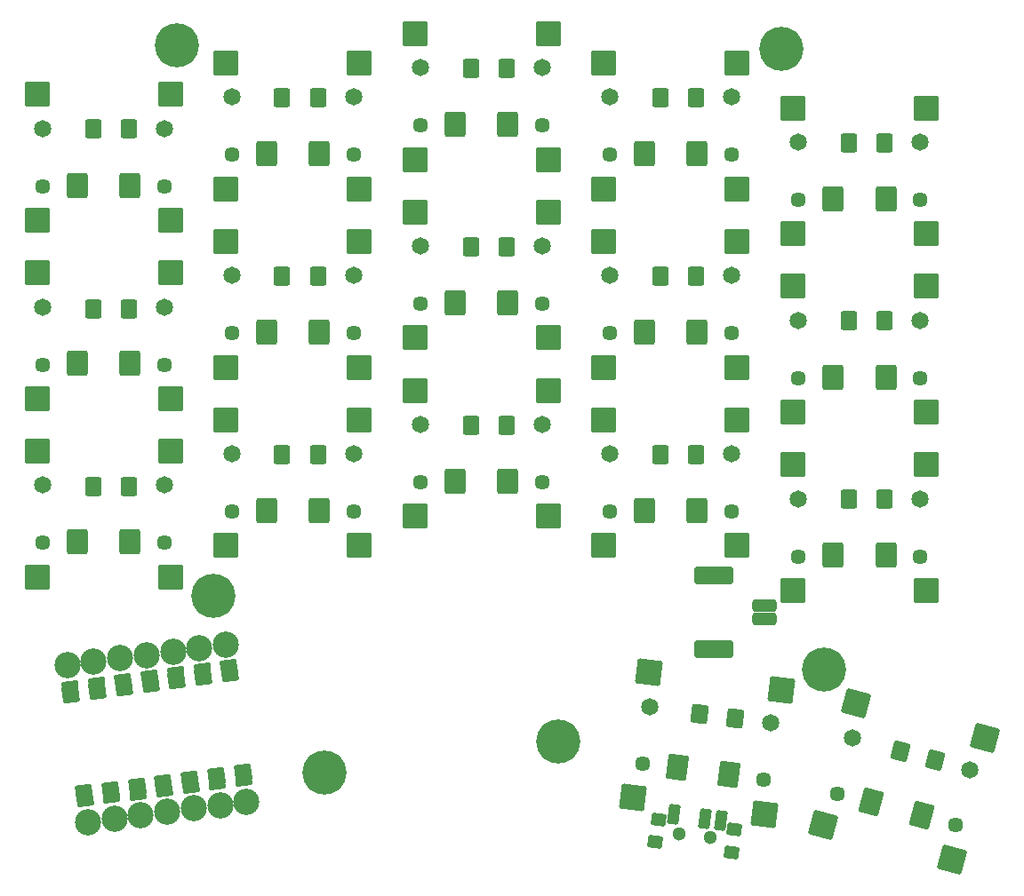
<source format=gts>
G04 #@! TF.GenerationSoftware,KiCad,Pcbnew,8.0.2-1*
G04 #@! TF.CreationDate,2024-07-14T12:39:06+08:00*
G04 #@! TF.ProjectId,Kretstr_d_v2_PG1316,4b726574-7374-472e-9464-5f76325f5047,rev?*
G04 #@! TF.SameCoordinates,Original*
G04 #@! TF.FileFunction,Soldermask,Top*
G04 #@! TF.FilePolarity,Negative*
%FSLAX46Y46*%
G04 Gerber Fmt 4.6, Leading zero omitted, Abs format (unit mm)*
G04 Created by KiCad (PCBNEW 8.0.2-1) date 2024-07-14 12:39:06*
%MOMM*%
%LPD*%
G01*
G04 APERTURE LIST*
G04 Aperture macros list*
%AMRoundRect*
0 Rectangle with rounded corners*
0 $1 Rounding radius*
0 $2 $3 $4 $5 $6 $7 $8 $9 X,Y pos of 4 corners*
0 Add a 4 corners polygon primitive as box body*
4,1,4,$2,$3,$4,$5,$6,$7,$8,$9,$2,$3,0*
0 Add four circle primitives for the rounded corners*
1,1,$1+$1,$2,$3*
1,1,$1+$1,$4,$5*
1,1,$1+$1,$6,$7*
1,1,$1+$1,$8,$9*
0 Add four rect primitives between the rounded corners*
20,1,$1+$1,$2,$3,$4,$5,0*
20,1,$1+$1,$4,$5,$6,$7,0*
20,1,$1+$1,$6,$7,$8,$9,0*
20,1,$1+$1,$8,$9,$2,$3,0*%
%AMFreePoly0*
4,1,22,0.686777,0.580194,0.756366,0.524698,0.794986,0.444504,0.800000,0.400000,0.800000,0.200000,0.780194,0.113223,0.741421,0.058579,0.141421,-0.541421,0.066056,-0.588777,-0.022393,-0.598742,-0.106406,-0.569345,-0.141421,-0.541421,-0.741421,0.058579,-0.788777,0.133944,-0.800000,0.200000,-0.800000,0.400000,-0.780193,0.486777,-0.724698,0.556366,-0.644504,0.594986,-0.600000,0.600000,
0.600000,0.600000,0.686777,0.580194,0.686777,0.580194,$1*%
%AMFreePoly1*
4,1,26,0.706406,1.169345,0.769345,1.106406,0.798742,1.022393,0.800000,1.000000,0.800000,-0.250000,0.780194,-0.336777,0.724699,-0.406366,0.644505,-0.444986,0.600000,-0.450000,-0.600000,-0.450000,-0.686777,-0.430194,-0.756366,-0.374698,-0.794986,-0.294504,-0.800000,-0.250000,-0.800000,1.000000,-0.780194,1.086777,-0.724698,1.156366,-0.644504,1.194986,-0.555496,1.194986,-0.475302,1.156366,
-0.458579,1.141421,0.000000,0.682842,0.458579,1.141421,0.533944,1.188778,0.622393,1.198742,0.706406,1.169345,0.706406,1.169345,$1*%
G04 Aperture macros list end*
%ADD10C,0.100000*%
%ADD11RoundRect,0.200000X-0.600000X-0.700000X0.600000X-0.700000X0.600000X0.700000X-0.600000X0.700000X0*%
%ADD12RoundRect,0.200000X-1.000000X-1.000000X1.000000X-1.000000X1.000000X1.000000X-1.000000X1.000000X0*%
%ADD13C,1.650000*%
%ADD14C,1.450000*%
%ADD15RoundRect,0.200000X-0.775000X-1.000000X0.775000X-1.000000X0.775000X1.000000X-0.775000X1.000000X0*%
%ADD16C,4.200000*%
%ADD17RoundRect,0.200000X-0.547933X-0.331315X0.443512X-0.461841X0.547933X0.331315X-0.443512X0.461841X0*%
%ADD18C,1.300000*%
%ADD19RoundRect,0.200000X-0.444900X-0.697899X0.249111X-0.789268X0.444900X0.697899X-0.249111X0.789268X0*%
%ADD20RoundRect,0.200000X0.686235X0.615696X-0.503499X0.772327X-0.686235X-0.615696X0.503499X-0.772327X0*%
%ADD21RoundRect,0.200000X-0.760729X-0.520857X0.398382X-0.831440X0.760729X0.520857X-0.398382X0.831440X0*%
%ADD22C,2.500000*%
%ADD23FreePoly0,187.500000*%
%ADD24FreePoly0,7.500000*%
%ADD25FreePoly1,7.500000*%
%ADD26FreePoly1,187.500000*%
%ADD27RoundRect,0.300000X-0.850000X0.300000X-0.850000X-0.300000X0.850000X-0.300000X0.850000X0.300000X0*%
%ADD28RoundRect,0.326924X-1.548076X0.523076X-1.548076X-0.523076X1.548076X-0.523076X1.548076X0.523076X0*%
%ADD29RoundRect,0.200000X-1.224745X-0.707107X0.707107X-1.224745X1.224745X0.707107X-0.707107X1.224745X0*%
%ADD30RoundRect,0.200000X-1.007412X-0.765341X0.489773X-1.166511X1.007412X0.765341X-0.489773X1.166511X0*%
%ADD31RoundRect,0.200000X-1.121971X-0.860919X0.860919X-1.121971X1.121971X0.860919X-0.860919X1.121971X0*%
%ADD32RoundRect,0.200000X-0.898896X-0.890287X0.637844X-1.092603X0.898896X0.890287X-0.637844X1.092603X0*%
G04 APERTURE END LIST*
D10*
X87756130Y-115406955D02*
X86748822Y-115539569D01*
X86616207Y-114532261D01*
X87623515Y-114399647D01*
X87756130Y-115406955D01*
G36*
X87756130Y-115406955D02*
G01*
X86748822Y-115539569D01*
X86616207Y-114532261D01*
X87623515Y-114399647D01*
X87756130Y-115406955D01*
G37*
X89110887Y-125697359D02*
X88103579Y-125829974D01*
X87970965Y-124822666D01*
X88978273Y-124690051D01*
X89110887Y-125697359D01*
G36*
X89110887Y-125697359D02*
G01*
X88103579Y-125829974D01*
X87970965Y-124822666D01*
X88978273Y-124690051D01*
X89110887Y-125697359D01*
G37*
X90274400Y-115075418D02*
X89267092Y-115208033D01*
X89134477Y-114200725D01*
X90141785Y-114068110D01*
X90274400Y-115075418D01*
G36*
X90274400Y-115075418D02*
G01*
X89267092Y-115208033D01*
X89134477Y-114200725D01*
X90141785Y-114068110D01*
X90274400Y-115075418D01*
G37*
X91629157Y-125365823D02*
X90621849Y-125498437D01*
X90489235Y-124491129D01*
X91496543Y-124358515D01*
X91629157Y-125365823D01*
G36*
X91629157Y-125365823D02*
G01*
X90621849Y-125498437D01*
X90489235Y-124491129D01*
X91496543Y-124358515D01*
X91629157Y-125365823D01*
G37*
X92792670Y-114743882D02*
X91785362Y-114876496D01*
X91652747Y-113869188D01*
X92660055Y-113736574D01*
X92792670Y-114743882D01*
G36*
X92792670Y-114743882D02*
G01*
X91785362Y-114876496D01*
X91652747Y-113869188D01*
X92660055Y-113736574D01*
X92792670Y-114743882D01*
G37*
X94147427Y-125034286D02*
X93140119Y-125166901D01*
X93007505Y-124159593D01*
X94014813Y-124026978D01*
X94147427Y-125034286D01*
G36*
X94147427Y-125034286D02*
G01*
X93140119Y-125166901D01*
X93007505Y-124159593D01*
X94014813Y-124026978D01*
X94147427Y-125034286D01*
G37*
X95310940Y-114412345D02*
X94303632Y-114544960D01*
X94171017Y-113537652D01*
X95178325Y-113405037D01*
X95310940Y-114412345D01*
G36*
X95310940Y-114412345D02*
G01*
X94303632Y-114544960D01*
X94171017Y-113537652D01*
X95178325Y-113405037D01*
X95310940Y-114412345D01*
G37*
X96665697Y-124702750D02*
X95658389Y-124835364D01*
X95525775Y-123828056D01*
X96533083Y-123695442D01*
X96665697Y-124702750D01*
G36*
X96665697Y-124702750D02*
G01*
X95658389Y-124835364D01*
X95525775Y-123828056D01*
X96533083Y-123695442D01*
X96665697Y-124702750D01*
G37*
X97829210Y-114080809D02*
X96821902Y-114213423D01*
X96689287Y-113206115D01*
X97696595Y-113073501D01*
X97829210Y-114080809D01*
G36*
X97829210Y-114080809D02*
G01*
X96821902Y-114213423D01*
X96689287Y-113206115D01*
X97696595Y-113073501D01*
X97829210Y-114080809D01*
G37*
X99183967Y-124371213D02*
X98176659Y-124503828D01*
X98044045Y-123496520D01*
X99051353Y-123363905D01*
X99183967Y-124371213D01*
G36*
X99183967Y-124371213D02*
G01*
X98176659Y-124503828D01*
X98044045Y-123496520D01*
X99051353Y-123363905D01*
X99183967Y-124371213D01*
G37*
X100347480Y-113749272D02*
X99340172Y-113881887D01*
X99207557Y-112874579D01*
X100214865Y-112741964D01*
X100347480Y-113749272D01*
G36*
X100347480Y-113749272D02*
G01*
X99340172Y-113881887D01*
X99207557Y-112874579D01*
X100214865Y-112741964D01*
X100347480Y-113749272D01*
G37*
X101702237Y-124039677D02*
X100694929Y-124172291D01*
X100562315Y-123164983D01*
X101569621Y-123032369D01*
X101702237Y-124039677D01*
G36*
X101702237Y-124039677D02*
G01*
X100694929Y-124172291D01*
X100562315Y-123164983D01*
X101569621Y-123032369D01*
X101702237Y-124039677D01*
G37*
X102865750Y-113417736D02*
X101858442Y-113550350D01*
X101725827Y-112543042D01*
X102733135Y-112410428D01*
X102865750Y-113417736D01*
G36*
X102865750Y-113417736D02*
G01*
X101858442Y-113550350D01*
X101725827Y-112543042D01*
X102733135Y-112410428D01*
X102865750Y-113417736D01*
G37*
X104220507Y-123708140D02*
X103213199Y-123840755D01*
X103080584Y-122833447D01*
X104087892Y-122700832D01*
X104220507Y-123708140D01*
G36*
X104220507Y-123708140D02*
G01*
X103213199Y-123840755D01*
X103080584Y-122833447D01*
X104087892Y-122700832D01*
X104220507Y-123708140D01*
G37*
D11*
X161353990Y-79798281D03*
X164753990Y-79798281D03*
D12*
X101996339Y-101208630D03*
X101996390Y-89208630D03*
D13*
X102546390Y-92458681D03*
D14*
X102546390Y-97958681D03*
D13*
X114146390Y-92458681D03*
D14*
X114146390Y-97958681D03*
D12*
X114696339Y-101208630D03*
X114696390Y-89208630D03*
D15*
X105846390Y-97858681D03*
X110846390Y-97858681D03*
D11*
X125354190Y-72708281D03*
X128754190Y-72708281D03*
D16*
X100822190Y-105995881D03*
D11*
X89356990Y-78665481D03*
X92756990Y-78665481D03*
D12*
X119996139Y-81408630D03*
X119996190Y-69408630D03*
D13*
X120546190Y-72658681D03*
D14*
X120546190Y-78158681D03*
D13*
X132146190Y-72658681D03*
D14*
X132146190Y-78158681D03*
D12*
X132696139Y-81408630D03*
X132696190Y-69408630D03*
D15*
X123846190Y-78058681D03*
X128846190Y-78058681D03*
D12*
X101996339Y-84208630D03*
X101996390Y-72208630D03*
D13*
X102546390Y-75458681D03*
D14*
X102546390Y-80958681D03*
D13*
X114146390Y-75458681D03*
D14*
X114146390Y-80958681D03*
D12*
X114696339Y-84208630D03*
X114696390Y-72208630D03*
D15*
X105846390Y-80858681D03*
X110846390Y-80858681D03*
D12*
X119996139Y-98408630D03*
X119996190Y-86408630D03*
D13*
X120546190Y-89658681D03*
D14*
X120546190Y-95158681D03*
D13*
X132146190Y-89658681D03*
D14*
X132146190Y-95158681D03*
D12*
X132696139Y-98408630D03*
X132696190Y-86408630D03*
D15*
X123846190Y-95058681D03*
X128846190Y-95058681D03*
D11*
X107354190Y-92508281D03*
X110754190Y-92508281D03*
X107354190Y-75508281D03*
X110754190Y-75508281D03*
D17*
X142889163Y-129492426D03*
X143177627Y-127301333D03*
D18*
X145164349Y-128682469D03*
X148138683Y-129074047D03*
D17*
X150415174Y-128254174D03*
X150126711Y-130445267D03*
D19*
X144650491Y-126839631D03*
X147624826Y-127231209D03*
X149111993Y-127426999D03*
D12*
X101996339Y-67208630D03*
X101996390Y-55208630D03*
D13*
X102546390Y-58458681D03*
D14*
X102546390Y-63958681D03*
D13*
X114146390Y-58458681D03*
D14*
X114146390Y-63958681D03*
D12*
X114696339Y-67208630D03*
X114696390Y-55208630D03*
D15*
X105846390Y-63858681D03*
X110846390Y-63858681D03*
D11*
X143353990Y-75508281D03*
X146753990Y-75508281D03*
D12*
X83996539Y-104208430D03*
X83996590Y-92208430D03*
D13*
X84546590Y-95458481D03*
D14*
X84546590Y-100958481D03*
D13*
X96146590Y-95458481D03*
D14*
X96146590Y-100958481D03*
D12*
X96696539Y-104208430D03*
X96696590Y-92208430D03*
D15*
X87846590Y-100858481D03*
X92846590Y-100858481D03*
D12*
X137995939Y-67208430D03*
X137995990Y-55208430D03*
D13*
X138545990Y-58458481D03*
D14*
X138545990Y-63958481D03*
D13*
X150145990Y-58458481D03*
D14*
X150145990Y-63958481D03*
D12*
X150695939Y-67208430D03*
X150695990Y-55208430D03*
D15*
X141845990Y-63858481D03*
X146845990Y-63858481D03*
D11*
X161353990Y-62798281D03*
X164753990Y-62798281D03*
D16*
X158937390Y-113057081D03*
D20*
X150453790Y-117730681D03*
X147082878Y-117286889D03*
D12*
X119996139Y-64408630D03*
X119996190Y-52408630D03*
D13*
X120546190Y-55658681D03*
D14*
X120546190Y-61158681D03*
D13*
X132146190Y-55658681D03*
D14*
X132146190Y-61158681D03*
D12*
X132696139Y-64408630D03*
X132696190Y-52408630D03*
D15*
X123846190Y-61058681D03*
X128846190Y-61058681D03*
D21*
X166219642Y-120813097D03*
X169503790Y-121693081D03*
D11*
X89356990Y-95632681D03*
X92756990Y-95632681D03*
D12*
X137995939Y-101208630D03*
X137995990Y-89208630D03*
D13*
X138545990Y-92458681D03*
D14*
X138545990Y-97958681D03*
D13*
X150145990Y-92458681D03*
D14*
X150145990Y-97958681D03*
D12*
X150695939Y-101208630D03*
X150695990Y-89208630D03*
D15*
X141845990Y-97858681D03*
X146845990Y-97858681D03*
D12*
X137995939Y-84208630D03*
X137995990Y-72208630D03*
D13*
X138545990Y-75458681D03*
D14*
X138545990Y-80958681D03*
D13*
X150145990Y-75458681D03*
D14*
X150145990Y-80958681D03*
D12*
X150695939Y-84208630D03*
X150695990Y-72208630D03*
D15*
X141845990Y-80858681D03*
X146845990Y-80858681D03*
D22*
X88850169Y-127608944D03*
X91368439Y-127277407D03*
X93886709Y-126945871D03*
X96404979Y-126614334D03*
X98923249Y-126282798D03*
X101441518Y-125951261D03*
X103959788Y-125619725D03*
D23*
X98647160Y-124185697D03*
X88574080Y-125511840D03*
X91092350Y-125180303D03*
X93610620Y-124848767D03*
X96128890Y-124517230D03*
X101165429Y-123854157D03*
X103683699Y-123522617D03*
D24*
X99744365Y-113060099D03*
X87153015Y-114717781D03*
X89671285Y-114386245D03*
X92189555Y-114054708D03*
X94707825Y-113723172D03*
X97226095Y-113391635D03*
X102262635Y-112728562D03*
D22*
X96951964Y-111309404D03*
X86878884Y-112635549D03*
X89397154Y-112304012D03*
X91915424Y-111972476D03*
X94433694Y-111640939D03*
X99470234Y-110977866D03*
X101988507Y-110646329D03*
D25*
X87285630Y-115725089D03*
X89803900Y-115393553D03*
X92322169Y-115062016D03*
X94840439Y-114730480D03*
X97358709Y-114398943D03*
X99876979Y-114067405D03*
X102395249Y-113735870D03*
D26*
X103551085Y-122515312D03*
X101032815Y-122846849D03*
X98514545Y-123178386D03*
X95996275Y-123509922D03*
X93478005Y-123841459D03*
X90959735Y-124172995D03*
X88441465Y-124504532D03*
D16*
X97332800Y-53543200D03*
D11*
X107354190Y-58509081D03*
X110754190Y-58509081D03*
D12*
X83996539Y-87208430D03*
X83996590Y-75208430D03*
D13*
X84546590Y-78458481D03*
D14*
X84546590Y-83958481D03*
D13*
X96146590Y-78458481D03*
D14*
X96146590Y-83958481D03*
D12*
X96696539Y-87208430D03*
X96696590Y-75208430D03*
D15*
X87846590Y-83858481D03*
X92846590Y-83858481D03*
D11*
X125354190Y-89708281D03*
X128754190Y-89708281D03*
D12*
X83996539Y-70208630D03*
X83996590Y-58208630D03*
D13*
X84546590Y-61458681D03*
D14*
X84546590Y-66958681D03*
D13*
X96146590Y-61458681D03*
D14*
X96146590Y-66958681D03*
D12*
X96696539Y-70208630D03*
X96696590Y-58208630D03*
D15*
X87846590Y-66858681D03*
X92846590Y-66858681D03*
D11*
X125354190Y-55709081D03*
X128754190Y-55709081D03*
D27*
X153309390Y-106945681D03*
X153309390Y-108195681D03*
D28*
X148434390Y-104095681D03*
X148434390Y-111045681D03*
D12*
X155995739Y-105498230D03*
X155995790Y-93498230D03*
D13*
X156545790Y-96748281D03*
D14*
X156545790Y-102248281D03*
D13*
X168145790Y-96748281D03*
D14*
X168145790Y-102248281D03*
D12*
X168695739Y-105498230D03*
X168695790Y-93498230D03*
D15*
X159845790Y-102148281D03*
X164845790Y-102148281D03*
D16*
X154894000Y-53848000D03*
D29*
X158882395Y-127877059D03*
X161988272Y-116285962D03*
D14*
X160254852Y-124880213D03*
D13*
X161678358Y-119567621D03*
D14*
X171459590Y-127882513D03*
D13*
X172883096Y-122569921D03*
D29*
X171149653Y-131164059D03*
X174255530Y-119572964D03*
D30*
X163468289Y-125637723D03*
X168297918Y-126931818D03*
D16*
X133604000Y-119888000D03*
D31*
X140714857Y-125185068D03*
X142281222Y-113287736D03*
D13*
X142402300Y-116581772D03*
D14*
X141684406Y-122034718D03*
D13*
X153903060Y-118095876D03*
D14*
X153185166Y-123548822D03*
D31*
X153306207Y-126842750D03*
X154872572Y-114945419D03*
D32*
X144969226Y-122366310D03*
X149926451Y-123018941D03*
D11*
X143353990Y-58508081D03*
X146753990Y-58508081D03*
X143353990Y-92508281D03*
X146753990Y-92508281D03*
D16*
X111363786Y-122815980D03*
D11*
X161353990Y-96742281D03*
X164753990Y-96742281D03*
X89356990Y-61509081D03*
X92756990Y-61509081D03*
D12*
X155995739Y-71498230D03*
X155995790Y-59498230D03*
D13*
X156545790Y-62748281D03*
D14*
X156545790Y-68248281D03*
D13*
X168145790Y-62748281D03*
D14*
X168145790Y-68248281D03*
D12*
X168695739Y-71498230D03*
X168695790Y-59498230D03*
D15*
X159845790Y-68148281D03*
X164845790Y-68148281D03*
D12*
X155995739Y-88498230D03*
X155995790Y-76498230D03*
D13*
X156545790Y-79748281D03*
D14*
X156545790Y-85248281D03*
D13*
X168145790Y-79748281D03*
D14*
X168145790Y-85248281D03*
D12*
X168695739Y-88498230D03*
X168695790Y-76498230D03*
D15*
X159845790Y-85148281D03*
X164845790Y-85148281D03*
D18*
X148138683Y-129074047D03*
X145164349Y-128682469D03*
M02*

</source>
